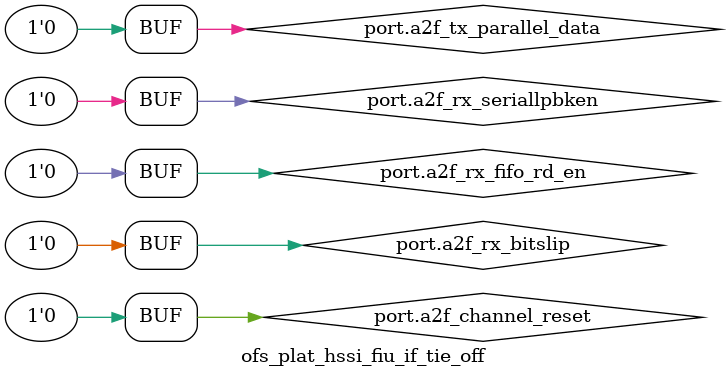
<source format=sv>



`include "ofs_plat_if.vh"

module ofs_plat_hssi_fiu_if_tie_off
   (
    pr_hssi_if.to_fiu port
    );

    always_comb
    begin
        port.a2f_tx_parallel_data = '0;
        port.a2f_rx_bitslip = '0;
        port.a2f_rx_fifo_rd_en = '0;
        port.a2f_rx_seriallpbken = '0;
        port.a2f_channel_reset = '0;
    end

endmodule // ofs_plat_hssi_fiu_if_tie_off

</source>
